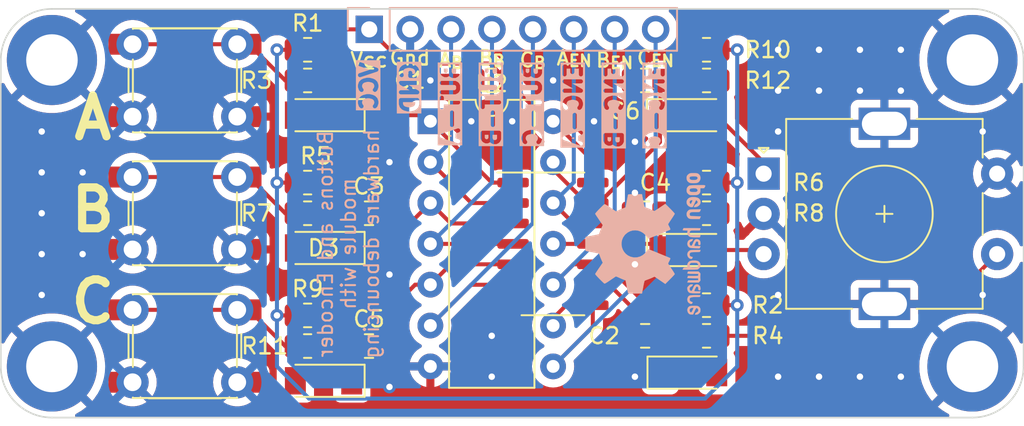
<source format=kicad_pcb>
(kicad_pcb (version 20240108) (generator "pcbnew") (generator_version "8.0")
  (layers (0 "F.Cu" signal) (31 "B.Cu" signal) (34 "B.Paste" user) (35 "F.Paste" user) (36 "B.SilkS" user "B.Silkscreen") (37 "F.SilkS" user "F.Silkscreen") (38 "B.Mask" user) (39 "F.Mask" user) (44 "Edge.Cuts" user))
  (net 0 "")
  (net 1 "/BUT_A")
  (net 2 "GND")
  (net 3 "/ENC_C")
  (net 4 "/BUT_B")
  (net 5 "/ENC_B")
  (net 6 "/BUT_C")
  (net 7 "/ENC_A")
  (net 8 "VCC")
  (net 9 "Net-(D1-A)")
  (net 10 "Net-(D2-A)")
  (net 11 "Net-(D3-A)")
  (net 12 "Net-(D4-A)")
  (net 13 "Net-(D5-A)")
  (net 14 "Net-(D6-A)")
  (net 15 "BUTTON_A")
  (net 16 "BUTTON_B")
  (net 17 "BUTTON_C")
  (net 18 "ENCODER_A")
  (net 19 "ENCODER_B")
  (net 20 "ENCODER_SW")
  (footprint "Resistor_SMD:R_0805_2012Metric" (layer "F.Cu") (at 122.555 83.82)
    (property "Reference" "R8" (at 6.35 0 0) (layer "F.SilkS"))
    (property "Value" "1K")
    (pad "1" smd roundrect (at -0.9125 0) (size 1.025 1.4) (layers "F.Cu" "F.Paste" "F.Mask") (roundrect_rratio 0.243902) (net 5 "/ENC_B"))
    (pad "2" smd roundrect (at 0.9125 0) (size 1.025 1.4) (layers "F.Cu" "F.Paste" "F.Mask") (roundrect_rratio 0.243902) (net 12 "Net-(D4-A)"))
  )
  (footprint "Capacitor_SMD:C_0805_2012Metric" (layer "F.Cu") (at 109.22 75.565 180)
    (property "Reference" "C7" (hide yes))
    (property "Value" "100nF" (hide yes))
    (pad "1" smd roundrect (at -0.95 0 180) (size 1 1.45) (layers "F.Cu" "F.Paste" "F.Mask") (net 8 "VCC"))
    (pad "2" smd roundrect (at 0.95 0 180) (size 1 1.45) (layers "F.Cu" "F.Paste" "F.Mask") (net 2 "GND"))
  )
  (footprint "Resistor_SMD:R_0805_2012Metric" (layer "F.Cu") (at 97.79 81.915)
    (property "Reference" "R5" (at 0.508 -1.65 0) (layer "F.SilkS"))
    (property "Value" "10K")
    (pad "1" smd roundrect (at -0.9125 0) (size 1.025 1.4) (layers "F.Cu" "F.Paste" "F.Mask") (roundrect_rratio 0.243902) (net 8 "VCC"))
    (pad "2" smd roundrect (at 0.9125 0) (size 1.025 1.4) (layers "F.Cu" "F.Paste" "F.Mask") (roundrect_rratio 0.243902) (net 11 "Net-(D3-A)"))
  )
  (footprint "Resistor_SMD:R_0805_2012Metric" (layer "F.Cu") (at 122.555 91.44)
    (property "Reference" "R4" (at 3.81 0 0) (layer "F.SilkS"))
    (property "Value" "1K")
    (pad "1" smd roundrect (at -0.9125 0) (size 1.025 1.4) (layers "F.Cu" "F.Paste" "F.Mask") (roundrect_rratio 0.243902) (net 3 "/ENC_C"))
    (pad "2" smd roundrect (at 0.9125 0) (size 1.025 1.4) (layers "F.Cu" "F.Paste" "F.Mask") (roundrect_rratio 0.243902) (net 10 "Net-(D2-A)"))
  )
  (footprint "MountingHole:MountingHole_3.2mm_M3_DIN965_Pad_TopBottom" (layer "F.Cu") (at 81.915 74.295)
    (property "Reference" "H3" (hide yes))
    (property "Value" "M3" (hide yes))
    (pad "1" thru_hole circle (at 0 0) (size 3.6 3.6) (drill 3.2) (layers "*.Cu" "*.Mask") (net 2 "GND"))
    (pad "1" connect circle (at 0 0) (size 5.6 5.6) (layers "F.Cu" "F.Mask") (net 2 "GND"))
    (pad "1" connect circle (at 0 0) (size 5.6 5.6) (layers "B.Cu" "B.Mask") (net 2 "GND"))
  )
  (footprint "Capacitor_SMD:C_0805_2012Metric" (layer "F.Cu") (at 118.745 75.565 180)
    (property "Reference" "C6" (at 1.27 -1.905 180) (layer "F.SilkS"))
    (property "Value" "100nF")
    (pad "1" smd roundrect (at -0.95 0 180) (size 1 1.45) (layers "F.Cu" "F.Paste" "F.Mask") (net 7 "/ENC_A"))
    (pad "2" smd roundrect (at 0.95 0 180) (size 1 1.45) (layers "F.Cu" "F.Paste" "F.Mask") (net 2 "GND"))
  )
  (footprint "Resistor_SMD:R_0805_2012Metric" (layer "F.Cu") (at 122.555 73.66 180)
    (property "Reference" "R10" (at -3.81 0 180) (layer "F.SilkS"))
    (property "Value" "10K")
    (pad "1" smd roundrect (at -0.9125 0 180) (size 1.025 1.4) (layers "F.Cu" "F.Paste" "F.Mask") (roundrect_rratio 0.243902) (net 8 "VCC"))
    (pad "2" smd roundrect (at 0.9125 0 180) (size 1.025 1.4) (layers "F.Cu" "F.Paste" "F.Mask") (roundrect_rratio 0.243902) (net 14 "Net-(D6-A)"))
  )
  (footprint "Resistor_SMD:R_0805_2012Metric" (layer "F.Cu") (at 122.555 81.915 180)
    (property "Reference" "R6" (at -6.35 0 180) (layer "F.SilkS"))
    (property "Value" "10K")
    (pad "1" smd roundrect (at -0.9125 0 180) (size 1.025 1.4) (layers "F.Cu" "F.Paste" "F.Mask") (roundrect_rratio 0.243902) (net 8 "VCC"))
    (pad "2" smd roundrect (at 0.9125 0 180) (size 1.025 1.4) (layers "F.Cu" "F.Paste" "F.Mask") (roundrect_rratio 0.243902) (net 12 "Net-(D4-A)"))
  )
  (footprint "Resistor_SMD:R_0805_2012Metric" (layer "F.Cu") (at 97.79 92.075 180)
    (property "Reference" "R11" (at 2.667 0 180) (layer "F.SilkS"))
    (property "Value" "1K")
    (pad "1" smd roundrect (at -0.9125 0 180) (size 1.025 1.4) (layers "F.Cu" "F.Paste" "F.Mask") (roundrect_rratio 0.243902) (net 6 "/BUT_C"))
    (pad "2" smd roundrect (at 0.9125 0 180) (size 1.025 1.4) (layers "F.Cu" "F.Paste" "F.Mask") (roundrect_rratio 0.243902) (net 13 "Net-(D5-A)"))
  )
  (footprint "Resistor_SMD:R_0805_2012Metric" (layer "F.Cu") (at 97.79 73.66)
    (property "Reference" "R1" (at 0 -1.65 0) (layer "F.SilkS"))
    (property "Value" "10K")
    (pad "1" smd roundrect (at -0.9125 0) (size 1.025 1.4) (layers "F.Cu" "F.Paste" "F.Mask") (roundrect_rratio 0.243902) (net 8 "VCC"))
    (pad "2" smd roundrect (at 0.9125 0) (size 1.025 1.4) (layers "F.Cu" "F.Paste" "F.Mask") (roundrect_rratio 0.243902) (net 9 "Net-(D1-A)"))
  )
  (footprint "Diode_SMD:D_MiniMELF" (layer "F.Cu") (at 98.778 85.979 180)
    (property "Reference" "D3" (at 0 0 180) (layer "F.SilkS"))
    (property "Value" "LL4148")
    (pad "1" smd rect (at -1.75 0 180) (size 1.3 1.7) (layers "F.Cu" "F.Paste" "F.Mask") (net 4 "/BUT_B"))
    (pad "2" smd rect (at 1.75 0 180) (size 1.3 1.7) (layers "F.Cu" "F.Paste" "F.Mask") (net 11 "Net-(D3-A)"))
  )
  (footprint "Button_Switch_THT:SW_PUSH_6mm" (layer "F.Cu") (at 93.42 77.815 180)
    (property "Reference" "SW4" (hide yes))
    (property "Value" "A")
    (pad "1" thru_hole circle (at 0 0 270) (size 2 2) (drill 1.1) (layers "*.Cu" "*.Mask") (net 2 "GND"))
    (pad "1" thru_hole circle (at 6.5 0 270) (size 2 2) (drill 1.1) (layers "*.Cu" "*.Mask") (net 2 "GND"))
    (pad "2" thru_hole circle (at 0 4.5 270) (size 2 2) (drill 1.1) (layers "*.Cu" "*.Mask") (net 9 "Net-(D1-A)"))
    (pad "2" thru_hole circle (at 6.5 4.5 270) (size 2 2) (drill 1.1) (layers "*.Cu" "*.Mask") (net 9 "Net-(D1-A)"))
  )
  (footprint "Button_Switch_SMD:SW_SPST_PTS645" (layer "F.Cu") (at 90.17 92.075 180)
    (property "Reference" "SW5" (hide yes))
    (property "Value" "C" (hide yes))
    (pad "1" smd rect (at -3.98 -2.25 180) (size 1.55 1.3) (layers "F.Cu" "F.Paste" "F.Mask") (net 2 "GND"))
    (pad "1" smd rect (at 3.98 -2.25 180) (size 1.55 1.3) (layers "F.Cu" "F.Paste" "F.Mask") (net 2 "GND"))
    (pad "2" smd rect (at -3.98 2.25 180) (size 1.55 1.3) (layers "F.Cu" "F.Paste" "F.Mask") (net 13 "Net-(D5-A)"))
    (pad "2" smd rect (at 3.98 2.25 180) (size 1.55 1.3) (layers "F.Cu" "F.Paste" "F.Mask") (net 13 "Net-(D5-A)"))
  )
  (footprint "Capacitor_SMD:C_0805_2012Metric" (layer "F.Cu") (at 118.745 91.44 180)
    (property "Reference" "C2" (at 2.54 0 180) (layer "F.SilkS"))
    (property "Value" "100nF")
    (pad "1" smd roundrect (at -0.95 0 180) (size 1 1.45) (layers "F.Cu" "F.Paste" "F.Mask") (net 3 "/ENC_C"))
    (pad "2" smd roundrect (at 0.95 0 180) (size 1 1.45) (layers "F.Cu" "F.Paste" "F.Mask") (net 2 "GND"))
  )
  (footprint "MountingHole:MountingHole_3.2mm_M3_DIN965_Pad_TopBottom" (layer "F.Cu") (at 81.915 93.345)
    (property "Reference" "H1" (hide yes))
    (property "Value" "M3" (hide yes))
    (pad "1" thru_hole circle (at 0 0) (size 3.6 3.6) (drill 3.2) (layers "*.Cu" "*.Mask") (net 2 "GND"))
    (pad "1" connect circle (at 0 0) (size 5.6 5.6) (layers "F.Cu" "F.Mask") (net 2 "GND"))
    (pad "1" connect circle (at 0 0) (size 5.6 5.6) (layers "B.Cu" "B.Mask") (net 2 "GND"))
  )
  (footprint "Button_Switch_THT:SW_PUSH_6mm" (layer "F.Cu") (at 93.42 94.325 180)
    (property "Reference" "SW7" (hide yes))
    (property "Value" "C")
    (pad "1" thru_hole circle (at 0 0 270) (size 2 2) (drill 1.1) (layers "*.Cu" "*.Mask") (net 2 "GND"))
    (pad "1" thru_hole circle (at 6.5 0 270) (size 2 2) (drill 1.1) (layers "*.Cu" "*.Mask") (net 2 "GND"))
    (pad "2" thru_hole circle (at 0 4.5 270) (size 2 2) (drill 1.1) (layers "*.Cu" "*.Mask") (net 13 "Net-(D5-A)"))
    (pad "2" thru_hole circle (at 6.5 4.5 270) (size 2 2) (drill 1.1) (layers "*.Cu" "*.Mask") (net 13 "Net-(D5-A)"))
  )
  (footprint "Diode_SMD:D_MiniMELF" (layer "F.Cu") (at 121.412 86.106)
    (property "Reference" "D4" (hide yes))
    (property "Value" "LL4148")
    (pad "1" smd rect (at -1.75 0) (size 1.3 1.7) (layers "F.Cu" "F.Paste" "F.Mask") (net 5 "/ENC_B"))
    (pad "2" smd rect (at 1.75 0) (size 1.3 1.7) (layers "F.Cu" "F.Paste" "F.Mask") (net 12 "Net-(D4-A)"))
  )
  (footprint "Diode_SMD:D_MiniMELF" (layer "F.Cu") (at 121.412 77.724)
    (property "Reference" "D6" (hide yes))
    (property "Value" "LL4148")
    (pad "1" smd rect (at -1.75 0) (size 1.3 1.7) (layers "F.Cu" "F.Paste" "F.Mask") (net 7 "/ENC_A"))
    (pad "2" smd rect (at 1.75 0) (size 1.3 1.7) (layers "F.Cu" "F.Paste" "F.Mask") (net 14 "Net-(D6-A)"))
  )
  (footprint "Capacitor_SMD:C_0805_2012Metric" (layer "F.Cu") (at 101.6 92.075)
    (property "Reference" "C5" (at 0 -1.68 0) (layer "F.SilkS"))
    (property "Value" "100nF")
    (pad "1" smd roundrect (at -0.95 0) (size 1 1.45) (layers "F.Cu" "F.Paste" "F.Mask") (net 6 "/BUT_C"))
    (pad "2" smd roundrect (at 0.95 0) (size 1 1.45) (layers "F.Cu" "F.Paste" "F.Mask") (net 2 "GND"))
  )
  (footprint "Package_DIP:DIP-14_W7.62mm" (layer "F.Cu") (at 105.41 78.1)
    (property "Reference" "U2" (at 3.81 -2.33 0) (layer "F.SilkS"))
    (property "Value" "74HC14")
    (pad "1" thru_hole rect (at 0 0) (size 1.6 1.6) (drill 0.8) (layers "*.Cu" "*.Mask") (net 1 "/BUT_A"))
    (pad "2" thru_hole oval (at 0 2.54) (size 1.6 1.6) (drill 0.8) (layers "*.Cu" "*.Mask") (net 15 "BUTTON_A"))
    (pad "3" thru_hole oval (at 0 5.08) (size 1.6 1.6) (drill 0.8) (layers "*.Cu" "*.Mask") (net 4 "/BUT_B"))
    (pad "4" thru_hole oval (at 0 7.62) (size 1.6 1.6) (drill 0.8) (layers "*.Cu" "*.Mask") (net 16 "BUTTON_B"))
    (pad "5" thru_hole oval (at 0 10.16) (size 1.6 1.6) (drill 0.8) (layers "*.Cu" "*.Mask") (net 6 "/BUT_C"))
    (pad "6" thru_hole oval (at 0 12.7) (size 1.6 1.6) (drill 0.8) (layers "*.Cu" "*.Mask") (net 17 "BUTTON_C"))
    (pad "7" thru_hole oval (at 0 15.24) (size 1.6 1.6) (drill 0.8) (layers "*.Cu" "*.Mask") (net 2 "GND"))
    (pad "8" thru_hole oval (at 7.62 15.24) (size 1.6 1.6) (drill 0.8) (layers "*.Cu" "*.Mask") (net 20 "ENCODER_SW"))
    (pad "9" thru_hole oval (at 7.62 12.7) (size 1.6 1.6) (drill 0.8) (layers "*.Cu" "*.Mask") (net 3 "/ENC_C"))
    (pad "10" thru_hole oval (at 7.62 10.16) (size 1.6 1.6) (drill 0.8) (layers "*.Cu" "*.Mask") (net 19 "ENCODER_B"))
    (pad "11" thru_hole oval (at 7.62 7.62) (size 1.6 1.6) (drill 0.8) (layers "*.Cu" "*.Mask") (net 5 "/ENC_B"))
    (pad "12" thru_hole oval (at 7.62 5.08) (size 1.6 1.6) (drill 0.8) (layers "*.Cu" "*.Mask") (net 18 "ENCODER_A"))
    (pad "13" thru_hole oval (at 7.62 2.54) (size 1.6 1.6) (drill 0.8) (layers "*.Cu" "*.Mask") (net 7 "/ENC_A"))
    (pad "14" thru_hole oval (at 7.62 0) (size 1.6 1.6) (drill 0.8) (layers "*.Cu" "*.Mask") (net 8 "VCC"))
  )
  (footprint "Resistor_SMD:R_0805_2012Metric" (layer "F.Cu") (at 122.555 89.535 180)
    (property "Reference" "R2" (at -3.81 0 180) (layer "F.SilkS"))
    (property "Value" "10K")
    (pad "1" smd roundrect (at -0.9125 0 180) (size 1.025 1.4) (layers "F.Cu" "F.Paste" "F.Mask") (roundrect_rratio 0.243902) (net 8 "VCC"))
    (pad "2" smd roundrect (at 0.9125 0 180) (size 1.025 1.4) (layers "F.Cu" "F.Paste" "F.Mask") (roundrect_rratio 0.243902) (net 10 "Net-(D2-A)"))
  )
  (footprint "Button_Switch_THT:SW_PUSH_6mm" (layer "F.Cu") (at 93.42 86.07 180)
    (property "Reference" "SW6" (hide yes))
    (property "Value" "B" (hide yes))
    (pad "1" thru_hole circle (at 0 0 270) (size 2 2) (drill 1.1) (layers "*.Cu" "*.Mask") (net 2 "GND"))
    (pad "1" thru_hole circle (at 6.5 0 270) (size 2 2) (drill 1.1) (layers "*.Cu" "*.Mask") (net 2 "GND"))
    (pad "2" thru_hole circle (at 0 4.5 270) (size 2 2) (drill 1.1) (layers "*.Cu" "*.Mask") (net 11 "Net-(D3-A)"))
    (pad "2" thru_hole circle (at 6.5 4.5 270) (size 2 2) (drill 1.1) (layers "*.Cu" "*.Mask") (net 11 "Net-(D3-A)"))
  )
  (footprint "Diode_SMD:D_MiniMELF" (layer "F.Cu") (at 121.44 93.726)
    (property "Reference" "D2" (hide yes))
    (property "Value" "LL4148")
    (pad "1" smd rect (at -1.75 0) (size 1.3 1.7) (layers "F.Cu" "F.Paste" "F.Mask") (net 3 "/ENC_C"))
    (pad "2" smd rect (at 1.75 0) (size 1.3 1.7) (layers "F.Cu" "F.Paste" "F.Mask") (net 10 "Net-(D2-A)"))
  )
  (footprint "Capacitor_SMD:C_0805_2012Metric" (layer "F.Cu") (at 101.6 75.565)
    (property "Reference" "C1" (at 2.54 0 0) (layer "F.SilkS"))
    (property "Value" "100nF")
    (pad "1" smd roundrect (at -0.95 0) (size 1 1.45) (layers "F.Cu" "F.Paste" "F.Mask") (net 1 "/BUT_A"))
    (pad "2" smd roundrect (at 0.95 0) (size 1 1.45) (layers "F.Cu" "F.Paste" "F.Mask") (net 2 "GND"))
  )
  (footprint "MountingHole:MountingHole_3.2mm_M3_DIN965_Pad_TopBottom" (layer "F.Cu") (at 139.065 93.345)
    (property "Reference" "H2" (hide yes))
    (property "Value" "M3" (hide yes))
    (pad "1" thru_hole circle (at 0 0) (size 3.6 3.6) (drill 3.2) (layers "*.Cu" "*.Mask") (net 2 "GND"))
    (pad "1" connect circle (at 0 0) (size 5.6 5.6) (layers "F.Cu" "F.Mask") (net 2 "GND"))
    (pad "1" connect circle (at 0 0) (size 5.6 5.6) (layers "B.Cu" "B.Mask") (net 2 "GND"))
  )
  (footprint "Button_Switch_SMD:SW_SPST_PTS645" (layer "F.Cu") (at 90.17 83.82 180)
    (property "Reference" "SW3" (hide yes))
    (property "Value" "B")
    (pad "1" smd rect (at -3.98 -2.25 180) (size 1.55 1.3) (layers "F.Cu" "F.Paste" "F.Mask") (net 2 "GND"))
    (pad "1" smd rect (at 3.98 -2.25 180) (size 1.55 1.3) (layers "F.Cu" "F.Paste" "F.Mask") (net 2 "GND"))
    (pad "2" smd rect (at -3.98 2.25 180) (size 1.55 1.3) (layers "F.Cu" "F.Paste" "F.Mask") (net 11 "Net-(D3-A)"))
    (pad "2" smd rect (at 3.98 2.25 180) (size 1.55 1.3) (layers "F.Cu" "F.Paste" "F.Mask") (net 11 "Net-(D3-A)"))
  )
  (footprint "Package_SO:SO-14_3.9x8.65mm_P1.27mm" (layer "F.Cu") (at 113.02 85.725)
    (property "Reference" "U1" (hide yes))
    (property "Value" "74HC14")
    (pad "1" smd roundrect (at -2.475 -3.81) (size 1.95 0.6) (layers "F.Cu" "F.Paste" "F.Mask") (net 1 "/BUT_A"))
    (pad "2" smd roundrect (at -2.475 -2.54) (size 1.95 0.6) (layers "F.Cu" "F.Paste" "F.Mask") (net 15 "BUTTON_A"))
    (pad "3" smd roundrect (at -2.475 -1.27) (size 1.95 0.6) (layers "F.Cu" "F.Paste" "F.Mask") (net 4 "/BUT_B"))
    (pad "4" smd roundrect (at -2.475 0) (size 1.95 0.6) (layers "F.Cu" "F.Paste" "F.Mask") (net 16 "BUTTON_B"))
    (pad "5" smd roundrect (at -2.475 1.27) (size 1.95 0.6) (layers "F.Cu" "F.Paste" "F.Mask") (net 6 "/BUT_C"))
    (pad "6" smd roundrect (at -2.475 2.54) (size 1.95 0.6) (layers "F.Cu" "F.Paste" "F.Mask") (net 17 "BUTTON_C"))
    (pad "7" smd roundrect (at -2.475 3.81) (size 1.95 0.6) (layers "F.Cu" "F.Paste" "F.Mask") (net 2 "GND"))
    (pad "8" smd roundrect (at 2.475 3.81) (size 1.95 0.6) (layers "F.Cu" "F.Paste" "F.Mask") (net 20 "ENCODER_SW"))
    (pad "9" smd roundrect (at 2.475 2.54) (size 1.95 0.6) (layers "F.Cu" "F.Paste" "F.Mask") (net 3 "/ENC_C"))
    (pad "10" smd roundrect (at 2.475 1.27) (size 1.95 0.6) (layers "F.Cu" "F.Paste" "F.Mask") (net 19 "ENCODER_B"))
    (pad "11" smd roundrect (at 2.475 0) (size 1.95 0.6) (layers "F.Cu" "F.Paste" "F.Mask") (net 5 "/ENC_B"))
    (pad "12" smd roundrect (at 2.475 -1.27) (size 1.95 0.6) (layers "F.Cu" "F.Paste" "F.Mask") (net 18 "ENCODER_A"))
    (pad "13" smd roundrect (at 2.475 -2.54) (size 1.95 0.6) (layers "F.Cu" "F.Paste" "F.Mask") (net 7 "/ENC_A"))
    (pad "14" smd roundrect (at 2.475 -3.81) (size 1.95 0.6) (layers "F.Cu" "F.Paste" "F.Mask") (net 8 "VCC"))
  )
  (footprint "Capacitor_SMD:C_0805_2012Metric" (layer "F.Cu") (at 118.745 83.82 180)
    (property "Reference" "C4" (at -0.635 1.905 180) (layer "F.SilkS"))
    (property "Value" "100nF")
    (pad "1" smd roundrect (at -0.95 0 180) (size 1 1.45) (layers "F.Cu" "F.Paste" "F.Mask") (net 5 "/ENC_B"))
    (pad "2" smd roundrect (at 0.95 0 180) (size 1 1.45) (layers "F.Cu" "F.Paste" "F.Mask") (net 2 "GND"))
  )
  (footprint "Button_Switch_SMD:SW_SPST_PTS645" (layer "F.Cu") (at 90.17 75.565 180)
    (property "Reference" "SW1" (hide yes))
    (property "Value" "A" (hide yes))
    (pad "1" smd rect (at -3.98 -2.25 180) (size 1.55 1.3) (layers "F.Cu" "F.Paste" "F.Mask") (net 2 "GND"))
    (pad "1" smd rect (at 3.98 -2.25 180) (size 1.55 1.3) (layers "F.Cu" "F.Paste" "F.Mask") (net 2 "GND"))
    (pad "2" smd rect (at -3.98 2.25 180) (size 1.55 1.3) (layers "F.Cu" "F.Paste" "F.Mask") (net 9 "Net-(D1-A)"))
    (pad "2" smd rect (at 3.98 2.25 180) (size 1.55 1.3) (layers "F.Cu" "F.Paste" "F.Mask") (net 9 "Net-(D1-A)"))
  )
  (footprint "Rotary_Encoder:RotaryEncoder_Alps_EC11E-Switch_Vertical_H20mm" (layer "F.Cu") (at 126.1 81.36)
    (property "Reference" "SW8" (hide yes))
    (property "Value" "EC11")
    (pad "A" thru_hole rect (at 0 0) (size 2 2) (drill 1) (layers "*.Cu" "*.Mask") (net 14 "Net-(D6-A)"))
    (pad "B" thru_hole circle (at 0 5) (size 2 2) (drill 1) (layers "*.Cu" "*.Mask") (net 12 "Net-(D4-A)"))
    (pad "C" thru_hole circle (at 0 2.5) (size 2 2) (drill 1) (layers "*.Cu" "*.Mask") (net 2 "GND"))
    (pad "MP" thru_hole rect (at 7.5 -3.1) (size 3.2 2) (drill oval 2.8 1.5) (layers "*.Cu" "*.Mask") (net 2 "GND"))
    (pad "MP" thru_hole rect (at 7.5 8.1) (size 3.2 2) (drill oval 2.8 1.5) (layers "*.Cu" "*.Mask") (net 2 "GND"))
    (pad "S1" thru_hole circle (at 14.5 5) (size 2 2) (drill 1) (layers "*.Cu" "*.Mask") (net 10 "Net-(D2-A)"))
    (pad "S2" thru_hole circle (at 14.5 0) (size 2 2) (drill 1) (layers "*.Cu" "*.Mask") (net 2 "GND"))
  )
  (footprint "MountingHole:MountingHole_3.2mm_M3_DIN965_Pad_TopBottom" (layer "F.Cu") (at 139.065 74.295)
    (property "Reference" "H4" (hide yes))
    (property "Value" "M3" (hide yes))
    (pad "1" thru_hole circle (at 0 0) (size 3.6 3.6) (drill 3.2) (layers "*.Cu" "*.Mask") (net 2 "GND"))
    (pad "1" connect circle (at 0 0) (size 5.6 5.6) (layers "F.Cu" "F.Mask") (net 2 "GND"))
    (pad "1" connect circle (at 0 0) (size 5.6 5.6) (layers "B.Cu" "B.Mask") (net 2 "GND"))
  )
  (footprint "Resistor_SMD:R_0805_2012Metric" (layer "F.Cu") (at 97.79 83.82 180)
    (property "Reference" "R7" (at 3.175 0 180) (layer "F.SilkS"))
    (property "Value" "1K")
    (pad "1" smd roundrect (at -0.9125 0 180) (size 1.025 1.4) (layers "F.Cu" "F.Paste" "F.Mask") (roundrect_rratio 0.243902) (net 4 "/BUT_B"))
    (pad "2" smd roundrect (at 0.9125 0 180) (size 1.025 1.4) (layers "F.Cu" "F.Paste" "F.Mask") (roundrect_rratio 0.243902) (net 11 "Net-(D3-A)"))
  )
  (footprint "Resistor_SMD:R_0805_2012Metric" (layer "F.Cu") (at 97.79 75.565 180)
    (property "Reference" "R3" (at 3.175 0 180) (layer "F.SilkS"))
    (property "Value" "1K")
    (pad "1" smd roundrect (at -0.9125 0 180) (size 1.025 1.4) (layers "F.Cu" "F.Paste" "F.Mask") (roundrect_rratio 0.243902) (net 1 "/BUT_A"))
    (pad "2" smd roundrect (at 0.9125 0 180) (size 1.025 1.4) (layers "F.Cu" "F.Paste" "F.Mask") (roundrect_rratio 0.243902) (net 9 "Net-(D1-A)"))
  )
  (footprint "Capacitor_SMD:C_0805_2012Metric" (layer "F.Cu") (at 101.6 83.82)
    (property "Reference" "C3" (at 0 -1.68 0) (layer "F.SilkS"))
    (property "Value" "100nF")
    (pad "1" smd roundrect (at -0.95 0) (size 1 1.45) (layers "F.Cu" "F.Paste" "F.Mask") (net 4 "/BUT_B"))
    (pad "2" smd roundrect (at 0.95 0) (size 1 1.45) (layers "F.Cu" "F.Paste" "F.Mask") (net 2 "GND"))
  )
  (footprint "Diode_SMD:D_MiniMELF" (layer "F.Cu") (at 98.778 77.724 180)
    (property "Reference" "D1" (hide yes))
    (property "Value" "LL4148")
    (pad "1" smd rect (at -1.75 0 180) (size 1.3 1.7) (layers "F.Cu" "F.Paste" "F.Mask") (net 1 "/BUT_A"))
    (pad "2" smd rect (at 1.75 0 180) (size 1.3 1.7) (layers "F.Cu" "F.Paste" "F.Mask") (net 9 "Net-(D1-A)"))
  )
  (footprint "Resistor_SMD:R_0805_2012Metric" (layer "F.Cu") (at 122.555 75.565)
    (property "Reference" "R12" (at 3.81 0 0) (layer "F.SilkS"))
    (property "Value" "1K")
    (pad "1" smd roundrect (at -0.9125 0) (size 1.025 1.4) (layers "F.Cu" "F.Paste" "F.Mask") (roundrect_rratio 0.243902) (net 7 "/ENC_A"))
    (pad "2" smd roundrect (at 0.9125 0) (size 1.025 1.4) (layers "F.Cu" "F.Paste" "F.Mask") (roundrect_rratio 0.243902) (net 14 "Net-(D6-A)"))
  )
  (footprint "Resistor_SMD:R_0805_2012Metric" (layer "F.Cu") (at 97.79 90.17)
    (property "Reference" "R9" (at 0 -1.65 0) (layer "F.SilkS"))
    (property "Value" "10K")
    (pad "1" smd roundrect (at -0.9125 0) (size 1.025 1.4) (layers "F.Cu" "F.Paste" "F.Mask") (roundrect_rratio 0.243902) (net 8 "VCC"))
    (pad "2" smd roundrect (at 0.9125 0) (size 1.025 1.4) (layers "F.Cu" "F.Paste" "F.Mask") (roundrect_rratio 0.243902) (net 13 "Net-(D5-A)"))
  )
  (footprint "Diode_SMD:D_MiniMELF" (layer "F.Cu") (at 98.778 94.234 180)
    (property "Reference" "D5" (hide yes))
    (property "Value" "LL4148")
    (pad "1" smd rect (at -1.75 0 180) (size 1.3 1.7) (layers "F.Cu" "F.Paste" "F.Mask") (net 6 "/BUT_C"))
    (pad "2" smd rect (at 1.75 0 180) (size 1.3 1.7) (layers "F.Cu" "F.Paste" "F.Mask") (net 13 "Net-(D5-A)"))
  )
  (footprint "Symbol:OSHW-Logo2_9.8x8mm_SilkScreen" (layer "B.Cu") (at 118.745 85.725 -90)
    (property "Reference" "REF**" (hide yes))
    (property "Value" "OSHW-Logo2_9.8x8mm_SilkScreen" (hide yes))
  )
  (footprint "Connector_PinHeader_2.54mm:PinHeader_1x08_P2.54mm_Vertical" (layer "B.Cu") (at 101.615 72.39 -90)
    (property "Reference" "J1" (hide yes))
    (property "Value" "UPPER" (hide yes))
    (pad "1" thru_hole rect (at 0 0 270) (size 1.7 1.7) (drill 1) (layers "*.Cu" "*.Mask") (net 8 "VCC"))
    (pad "2" thru_hole oval (at 0 -2.54 270) (size 1.7 1.7) (drill 1) (layers "*.Cu" "*.Mask") (net 2 "GND"))
    (pad "3" thru_hole oval (at 0 -5.08 270) (size 1.7 1.7) (drill 1) (layers "*.Cu" "*.Mask") (net 15 "BUTTON_A"))
    (pad "4" thru_hole oval (at 0 -7.62 270) (size 1.7 1.7) (drill 1) (layers "*.Cu" "*.Mask") (net 16 "BUTTON_B"))
    (pad "5" thru_hole oval (at 0 -10.16 270) (size 1.7 1.7) (drill 1) (layers "*.Cu" "*.Mask") (net 17 "BUTTON_C"))
    (pad "6" thru_hole oval (at 0 -12.7 270) (size 1.7 1.7) (drill 1) (layers "*.Cu" "*.Mask") (net 18 "ENCODER_A"))
    (pad "7" thru_hole oval (at 0 -15.24 270) (size 1.7 1.7) (drill 1) (layers "*.Cu" "*.Mask") (net 19 "ENCODER_B"))
    (pad "8" thru_hole oval (at 0 -17.78 270) (size 1.7 1.7) (drill 1) (layers "*.Cu" "*.Mask") (net 20 "ENCODER_SW"))
  )
  (gr_line (start 139.065 96.52) (end 81.915 96.52) (stroke (width 0.1)) (layer "Edge.Cuts"))
  (gr_line (start 78.74 93.345) (end 78.74 74.295) (stroke (width 0.1)) (layer "Edge.Cuts"))
  (gr_arc (start 78.74 74.295) (mid 79.669936 72.049936) (end 81.915 71.12) (stroke (width 0.1)) (layer "Edge.Cuts"))
  (gr_line (start 142.24 74.295) (end 142.24 93.345) (stroke (width 0.1)) (layer "Edge.Cuts"))
  (gr_arc (start 81.915 96.52) (mid 79.669936 95.590064) (end 78.74 93.345) (stroke (width 0.1)) (layer "Edge.Cuts"))
  (gr_line (start 81.915 71.12) (end 139.065 71.12) (stroke (width 0.1)) (layer "Edge.Cuts"))
  (gr_arc (start 139.065 71.12) (mid 141.310064 72.049936) (end 142.24 74.295) (stroke (width 0.1)) (layer "Edge.Cuts"))
  (gr_arc (start 142.24 93.345) (mid 141.310064 95.590064) (end 139.065 96.52) (stroke (width 0.1)) (layer "Edge.Cuts"))
  (gr_text "GND" (at 104.14 74.295 90) (layer "B.SilkS" knockout) (effects (font (size 1.016 1.016) (thickness 0.254) (bold yes)) (justify left mirror)))
  (gr_text "ENC-A" (at 114.3 74.295 90) (layer "B.SilkS" knockout) (effects (font (size 1.016 1.016) (thickness 0.254) (bold yes)) (justify left mirror)))
  (gr_text "BUT-B" (at 109.22 74.295 90) (layer "B.SilkS" knockout) (effects (font (size 1.016 1.016) (thickness 0.254) (bold yes)) (justify left mirror)))
  (gr_text "BUT-C" (at 111.76 74.295 90) (layer "B.SilkS" knockout) (effects (font (size 1.016 1.016) (thickness 0.254) (bold yes)) (justify left mirror)))
  (gr_text "ENC-B" (at 116.84 74.295 90) (layer "B.SilkS" knockout) (effects (font (size 1.016 1.016) (thickness 0.254) (bold yes)) (justify left mirror)))
  (gr_text "ENC-C" (at 119.38 74.295 90) (layer "B.SilkS" knockout) (effects (font (size 1.016 1.016) (thickness 0.254) (bold yes)) (justify left mirror)))
  (gr_text "Buttons and Encoder\nmodule with\nhardware debouncing" (at 100.33 85.725 90) (layer "B.SilkS") (effects (font (size 0.889 0.889) (thickness 0.127)) (justify mirror)))
  (gr_text "VCC" (at 101.6 74.295 90) (layer "B.SilkS" knockout) (effects (font (size 1.016 1.016) (thickness 0.254) (bold yes)) (justify left mirror)))
  (gr_text "BUT-A" (at 106.68 74.295 90) (layer "B.SilkS" knockout) (effects (font (size 1.016 1.016) (thickness 0.254) (bold yes)) (justify left mirror)))
  (gr_text "C" (at 84.455 90.805 0) (layer "F.SilkS") (effects (font (size 2.54 2.54) (thickness 0.508) (bold yes)) (justify bottom)))
  (gr_text "Vcc" (at 101.6 74.295 0) (layer "F.SilkS") (effects (font (size 0.889 0.889) (thickness 0.1524) (bold yes))))
  (gr_text "B_{EN}" (at 116.84 74.295 0) (layer "F.SilkS") (effects (font (size 0.889 0.889) (thickness 0.1524) (bold yes))))
  (gr_text "C_{EN}" (at 119.38 74.168 0) (layer "F.SilkS") (effects (font (size 0.889 0.889) (thickness 0.1524) (bold yes))))
  (gr_text "B" (at 84.455 85.09 0) (layer "F.SilkS") (effects (font (size 2.54 2.54) (thickness 0.508) (bold yes)) (justify bottom)))
  (gr_text "A" (at 84.455 79.375 0) (layer "F.SilkS") (effects (font (size 2.54 2.54) (thickness 0.508) (bold yes)) (justify bottom)))
  (gr_text "C_{B}" (at 111.76 74.295 0) (layer "F.SilkS") (effects (font (size 0.889 0.889) (thickness 0.1524) (bold yes))))
  (gr_text "B_{B}" (at 109.22 74.168 0) (layer "F.SilkS") (effects (font (size 0.889 0.889) (thickness 0.1524) (bold yes))))
  (gr_text "A_{B}" (at 106.68 74.295 0) (layer "F.SilkS") (effects (font (size 0.889 0.889) (thickness 0.1524) (bold yes))))
  (gr_text "Gnd" (at 104.14 74.168 0) (layer "F.SilkS") (effects (font (size 0.889 0.889) (thickness 0.1524) (bold yes))))
  (gr_text "A_{EN}" (at 114.337555 74.168 0) (layer "F.SilkS") (effects (font (size 0.889 0.889) (thickness 0.1524) (bold yes))))
  (segment (start 100.65 77.602) (end 100.528 77.724) (width 0.25) (layer "F.Cu") (net 1))
  (segment (start 105.034 77.724) (end 105.41 78.1) (width 0.25) (layer "F.Cu") (net 1))
  (segment (start 100.528 77.724) (end 105.034 77.724) (width 0.25) (layer "F.Cu") (net 1))
  (segment (start 110.545 81.915) (end 109.225 81.915) (width 0.25) (layer "F.Cu") (net 1))
  (segment (start 98.7025 75.565) (end 98.7025 75.8985) (width 0.25) (layer "F.Cu") (net 1))
  (segment (start 98.7025 75.565) (end 100.65 75.565) (width 0.25) (layer "F.Cu") (net 1))
  (segment (start 109.225 81.915) (end 105.41 78.1) (width 0.25) (layer "F.Cu") (net 1))
  (segment (start 100.65 75.565) (end 100.65 77.602) (width 0.25) (layer "F.Cu") (net 1))
  (segment (start 98.7025 75.8985) (end 100.528 77.724) (width 0.25) (layer "F.Cu") (net 1))
  (segment (start 117.795 82.865) (end 118.11 82.55) (width 0.25) (layer "F.Cu") (net 2))
  (segment (start 117.795 83.82) (end 117.795 82.865) (width 0.25) (layer "F.Cu") (net 2))
  (via (at 105.41 75.565) (size 0.8) (drill 0.4) (layers "F.Cu" "B.Cu") (net 2))
  (via (at 102.87 94.615) (size 0.8) (drill 0.4) (layers "F.Cu" "B.Cu") (net 2))
  (via (at 83.82 81.28) (size 0.8) (drill 0.4) (layers "F.Cu" "B.Cu") (net 2))
  (via (at 129.54 93.98) (size 0.8) (drill 0.4) (layers "F.Cu" "B.Cu") (net 2))
  (via (at 115.57 78.105) (size 0.8) (drill 0.4) (layers "F.Cu" "B.Cu") (net 2))
  (via (at 134.62 76.2) (size 0.8) (drill 0.4) (layers "F.Cu" "B.Cu") (net 2))
  (via (at 134.62 93.98) (size 0.8) (drill 0.4) (layers "F.Cu" "B.Cu") (net 2))
  (via (at 81.28 83.82) (size 0.8) (drill 0.4) (layers "F.Cu" "B.Cu") (net 2))
  (via (at 132.08 76.2) (size 0.8) (drill 0.4) (layers "F.Cu" "B.Cu") (net 2))
  (via (at 109.22 91.44) (size 0.8) (drill 0.4) (layers "F.Cu" "B.Cu") (net 2))
  (via (at 127 76.2) (size 0.8) (drill 0.4) (layers "F.Cu" "B.Cu") (net 2))
  (via (at 110.49 78.105) (size 0.8) (drill 0.4) (layers "F.Cu" "B.Cu") (net 2))
  (via (at 109.22 93.98) (size 0.8) (drill 0.4) (layers "F.Cu" "B.Cu") (net 2))
  (via (at 127 93.98) (size 0.8) (drill 0.4) (layers "F.Cu" "B.Cu") (net 2))
  (via (at 102.87 87.63) (size 0.8) (drill 0.4) (layers "F.Cu" "B.Cu") (net 2))
  (via (at 107.95 78.105) (size 0.8) (drill 0.4) (layers "F.Cu" "B.Cu") (net 2))
  (via (at 81.28 86.36) (size 0.8) (drill 0.4) (layers "F.Cu" "B.Cu") (net 2))
  (via (at 129.54 76.2) (size 0.8) (drill 0.4) (layers "F.Cu" "B.Cu") (net 2))
  (via (at 132.08 93.98) (size 0.8) (drill 0.4) (layers "F.Cu" "B.Cu") (net 2))
  (via (at 139.7 88.9) (size 0.8) (drill 0.4) (layers "F.Cu" "B.Cu") (net 2))
  (via (at 113.03 75.565) (size 0.8) (drill 0.4) (layers "F.Cu" "B.Cu") (net 2))
  (via (at 132.08 73.66) (size 0.8) (drill 0.4) (layers "F.Cu" "B.Cu") (net 2))
  (via (at 118.11 93.98) (size 0.8) (drill 0.4) (layers "F.Cu" "B.Cu") (net 2))
  (via (at 129.54 73.66) (size 0.8) (drill 0.4) (layers "F.Cu" "B.Cu") (net 2))
  (via (at 118.11 79.375) (size 0.8) (drill 0.4) (layers "F.Cu" "B.Cu") (net 2))
  (via (at 81.28 78.74) (size 0.8) (drill 0.4) (layers "F.Cu" "B.Cu") (net 2))
  (via (at 83.82 86.36) (size 0.8) (drill 0.4) (layers "F.Cu" "B.Cu") (net 2))
  (via (at 81.28 88.9) (size 0.8) (drill 0.4) (layers "F.Cu" "B.Cu") (net 2))
  (via (at 118.11 86.995) (size 0.8) (drill 0.4) (layers "F.Cu" "B.Cu") (net 2))
  (via (at 127 88.9) (size 0.8) (drill 0.4) (layers "F.Cu" "B.Cu") (net 2))
  (via (at 81.28 81.28) (size 0.8) (drill 0.4) (layers "F.Cu" "B.Cu") (net 2))
  (via (at 134.62 73.66) (size 0.8) (drill 0.4) (layers "F.Cu" "B.Cu") (net 2))
  (via (at 127 73.66) (size 0.8) (drill 0.4) (layers "F.Cu" "B.Cu") (net 2))
  (via (at 127 78.74) (size 0.8) (drill 0.4) (layers "F.Cu" "B.Cu") (net 2))
  (via (at 102.87 80.645) (size 0.8) (drill 0.4) (layers "F.Cu" "B.Cu") (net 2))
  (via (at 118.11 82.55) (size 0.8) (drill 0.4) (layers "F.Cu" "B.Cu") (net 2))
  (via (at 139.7 78.74) (size 0.8) (drill 0.4) (layers "F.Cu" "B.Cu") (net 2))
  (segment (start 115.495 88.265) (end 116.52 88.265) (width 0.25) (layer "F.Cu") (net 3))
  (segment (start 119.69 93.726) (end 119.69 91.445) (width 0.25) (layer "F.Cu") (net 3))
  (segment (start 115.114092 88.265) (end 113.03 90.349092) (width 0.25) (layer "F.Cu") (net 3))
  (segment (start 113.03 90.349092) (end 113.03 90.8) (width 0.25) (layer "F.Cu") (net 3))
  (segment (start 116.52 88.265) (end 119.695 91.44) (width 0.25) (layer "F.Cu") (net 3))
  (segment (start 121.6425 91.7735) (end 121.6425 91.44) (width 0.25) (layer "F.Cu") (net 3))
  (segment (start 115.495 88.265) (end 115.114092 88.265) (width 0.25) (layer "F.Cu") (net 3))
  (segment (start 119.69 91.445) (end 119.695 91.44) (width 0.25) (layer "F.Cu") (net 3))
  (segment (start 119.695 91.44) (end 121.6425 91.44) (width 0.25) (layer "F.Cu") (net 3))
  (segment (start 119.69 93.726) (end 121.6425 91.7735) (width 0.25) (layer "F.Cu") (net 3))
  (segment (start 106.685 84.455) (end 105.41 83.18) (width 0.25) (layer "F.Cu") (net 4))
  (segment (start 110.545 84.455) (end 106.685 84.455) (width 0.25) (layer "F.Cu") (net 4))
  (segment (start 102.611 85.979) (end 100.528 85.979) (width 0.25) (layer "F.Cu") (net 4))
  (segment (start 100.528 83.942) (end 100.65 83.82) (width 0.25) (layer "F.Cu") (net 4))
  (segment (start 98.7025 83.82) (end 100.65 83.82) (width 0.25) (layer "F.Cu") (net 4))
  (segment (start 98.7025 84.1535) (end 100.528 85.979) (width 0.25) (layer "F.Cu") (net 4))
  (segment (start 98.7025 83.82) (end 98.7025 84.1535) (width 0.25) (layer "F.Cu") (net 4))
  (segment (start 100.528 85.979) (end 100.528 83.942) (width 0.25) (layer "F.Cu") (net 4))
  (segment (start 105.41 83.18) (end 102.611 85.979) (width 0.25) (layer "F.Cu") (net 4))
  (segment (start 119.695 83.82) (end 119.695 86.073) (width 0.25) (layer "F.Cu") (net 5))
  (segment (start 115.495 85.725) (end 113.035 85.725) (width 0.25) (layer "F.Cu") (net 5))
  (segment (start 121.6425 83.82) (end 119.695 83.82) (width 0.25) (layer "F.Cu") (net 5))
  (segment (start 121.6425 84.1255) (end 121.6425 83.82) (width 0.25) (layer "F.Cu") (net 5))
  (segment (start 119.695 86.073) (end 119.662 86.106) (width 0.25) (layer "F.Cu") (net 5))
  (segment (start 119.662 86.106) (end 121.6425 84.1255) (width 0.25) (layer "F.Cu") (net 5))
  (segment (start 113.035 85.725) (end 113.03 85.72) (width 0.25) (layer "F.Cu") (net 5))
  (segment (start 115.495 85.725) (end 119.281 85.725) (width 0.25) (layer "F.Cu") (net 5))
  (segment (start 119.281 85.725) (end 119.662 86.106) (width 0.25) (layer "F.Cu") (net 5))
  (segment (start 100.528 92.197) (end 100.65 92.075) (width 0.25) (layer "F.Cu") (net 6))
  (segment (start 106.675 86.995) (end 105.41 88.26) (width 0.25) (layer "F.Cu") (net 6))
  (segment (start 110.545 86.995) (end 106.675 86.995) (width 0.25) (layer "F.Cu") (net 6))
  (segment (start 98.7025 92.075) (end 100.65 92.075) (width 0.25) (layer "F.Cu") (net 6))
  (segment (start 98.7025 92.075) (end 98.7025 92.4085) (width 0.25) (layer "F.Cu") (net 6))
  (segment (start 98.7025 92.4085) (end 100.528 94.234) (width 0.25) (layer "F.Cu") (net 6))
  (segment (start 105.41 88.26) (end 104.465 88.26) (width 0.25) (layer "F.Cu") (net 6))
  (segment (start 104.465 88.26) (end 100.65 92.075) (width 0.25) (layer "F.Cu") (net 6))
  (segment (start 100.528 94.234) (end 100.528 92.197) (width 0.25) (layer "F.Cu") (net 6))
  (segment (start 115.495 83.185) (end 115.114092 83.185) (width 0.25) (layer "F.Cu") (net 7))
  (segment (start 119.662 77.724) (end 119.662 77.5455) (width 0.25) (layer "F.Cu") (net 7))
  (segment (start 119.662 77.5455) (end 121.6425 75.565) (width 0.25) (layer "F.Cu") (net 7))
  (segment (start 119.695 77.691) (end 119.662 77.724) (width 0.25) (layer "F.Cu") (net 7))
  (segment (start 115.875908 83.185) (end 115.495 83.185) (width 0.25) (layer "F.Cu") (net 7))
  (segment (start 119.662 79.398908) (end 115.875908 83.185) (width 0.25) (layer "F.Cu") (net 7))
  (segment (start 113.03 81.100908) (end 113.03 80.64) (width 0.25) (layer "F.Cu") (net 7))
  (segment (start 121.6425 75.565) (end 119.695 75.565) (width 0.25) (layer "F.Cu") (net 7))
  (segment (start 115.114092 83.185) (end 113.03 81.100908) (width 0.25) (layer "F.Cu") (net 7))
  (segment (start 119.662 77.724) (end 119.662 79.398908) (width 0.25) (layer "F.Cu") (net 7))
  (segment (start 119.695 75.565) (end 119.695 77.691) (width 0.25) (layer "F.Cu") (net 7))
  (segment (start 103.74 74.515) (end 109.12 74.515) (width 0.25) (layer "F.Cu") (net 8))
  (segment (start 96.8775 81.915) (end 95.885 81.915) (width 0.25) (layer "F.Cu") (net 8))
  (segment (start 110.17 75.565) (end 112.705 78.1) (width 0.25) (layer "F.Cu") (net 8))
  (segment (start 124.46 89.535) (end 123.4675 89.535) (width 0.25) (layer "F.Cu") (net 8))
  (segment (start 112.705 78.1) (end 113.03 78.1) (width 0.25) (layer "F.Cu") (net 8))
  (segment (start 96.8775 90.17) (end 95.885 90.17) (width 0.25) (layer "F.Cu") (net 8))
  (segment (start 96.8775 73.66) (end 98.1475 72.39) (width 0.25) (layer "F.Cu") (net 8))
  (segment (start 123.4675 81.915) (end 124.46 81.915) (width 0.25) (layer "F.Cu") (net 8))
  (segment (start 123.4675 73.66) (end 124.46 73.66) (width 0.25) (layer "F.Cu") (net 8))
  (segment (start 98.1475 72.39) (end 101.615 72.39) (width 0.25) (layer "F.Cu") (net 8))
  (segment (start 115.495 80.565) (end 113.03 78.1) (width 0.25) (layer "F.Cu") (net 8))
  (segment (start 115.495 81.915) (end 115.495 80.565) (width 0.25) (layer "F.Cu") (net 8))
  (segment (start 101.615 72.39) (end 103.74 74.515) (width 0.25) (layer "F.Cu") (net 8))
  (segment (start 109.12 74.515) (end 110.17 75.565) (width 0.25) (layer "F.Cu") (net 8))
  (segment (start 96.8775 73.66) (end 95.885 73.66) (width 0.25) (layer "F.Cu") (net 8))
  (via (at 124.46 89.535) (size 0.8) (drill 0.4) (layers "F.Cu" "B.Cu") (net 8))
  (via (at 95.885 90.17) (size 0.8) (drill 0.4) (layers "F.Cu" "B.Cu") (net 8))
  (via (at 95.885 73.66) (size 0.8) (drill 0.4) (layers "F.Cu" "B.Cu") (net 8))
  (via (at 124.46 73.66) (size 0.8) (drill 0.4) (layers "F.Cu" "B.Cu") (net 8))
  (via (at 124.46 81.915) (size 0.8) (drill 0.4) (layers "F.Cu" "B.Cu") (net 8))
  (via (at 95.885 81.915) (size 0.8) (drill 0.4) (layers "F.Cu" "B.Cu") (net 8))
  (segment (start 124.46 89.535) (end 124.46 81.915) (width 0.25) (layer "B.Cu") (net 8))
  (segment (start 124.46 89.535) (end 124.46 93.345) (width 0.25) (layer "B.Cu") (net 8))
  (segment (start 122.465 95.34) (end 97.88 95.34) (width 0.25) (layer "B.Cu") (net 8))
  (segment (start 95.885 73.66) (end 95.885 81.915) (width 0.25) (layer "B.Cu") (net 8))
  (segment (start 124.46 93.345) (end 122.465 95.34) (width 0.25) (layer "B.Cu") (net 8))
  (segment (start 124.46 81.915) (end 124.46 73.66) (width 0.25) (layer "B.Cu") (net 8))
  (segment (start 95.885 93.345) (end 95.885 90.17) (width 0.25) (layer "B.Cu") (net 8))
  (segment (start 95.885 81.915) (end 95.885 90.17) (width 0.25) (layer "B.Cu") (net 8))
  (segment (start 97.88 95.34) (end 95.885 93.345) (width 0.25) (layer "B.Cu") (net 8))
  (segment (start 86.92 73.315) (end 93.42 73.315) (width 0.25) (layer "F.Cu") (net 9))
  (segment (start 97.028 77.724) (end 97.028 75.7155) (width 0.25) (layer "F.Cu") (net 9))
  (segment (start 98.7025 73.74) (end 96.8775 75.565) (width 0.25) (layer "F.Cu") (net 9))
  (segment (start 98.7025 73.66) (end 98.7025 73.74) (width 0.25) (layer "F.Cu") (net 9))
  (segment (start 97.028 75.7155) (end 96.8775 75.565) (width 0.25) (layer "F.Cu") (net 9))
  (segment (start 96.4 75.565) (end 96.8775 75.565) (width 0.25) (layer "F.Cu") (net 9))
  (segment (start 94.15 73.315) (end 96.4 75.565) (width 0.25) (layer "F.Cu") (net 9))
  (segment (start 135.52 91.44) (end 123.4675 91.44) (width 0.25) (layer "F.Cu") (net 10))
  (segment (start 123.19 91.7175) (end 123.4675 91.44) (width 0.25) (layer "F.Cu") (net 10))
  (segment (start 140.6 86.36) (end 135.52 91.44) (width 0.25) (layer "F.Cu") (net 10))
  (segment (start 121.6425 89.535) (end 121.6425 89.615) (width 0.25) (layer "F.Cu") (net 10))
  (segment (start 121.6425 89.615) (end 123.4675 91.44) (width 0.25) (layer "F.Cu") (net 10))
  (segment (start 123.19 93.726) (end 123.19 91.7175) (width 0.25) (layer "F.Cu") (net 10))
  (segment (start 98.7025 81.995) (end 96.8775 83.82) (width 0.25) (layer "F.Cu") (net 11))
  (segment (start 86.19 81.57) (end 93.42 81.57) (width 0.25) (layer "F.Cu") (net 11))
  (segment (start 97.028 85.979) (end 97.028 83.9705) (width 0.25) (layer "F.Cu") (net 11))
  (segment (start 96.4 83.82) (end 94.15 81.57) (width 0.25) (layer "F.Cu") (net 11))
  (segment (start 98.7025 81.915) (end 98.7025 81.995) (width 0.25) (layer "F.Cu") (net 11))
  (segment (start 97.028 83.9705) (end 96.8775 83.82) (width 0.25) (layer "F.Cu") (net 11))
  (segment (start 96.8775 83.82) (end 96.4 83.82) (width 0.25) (layer "F.Cu") (net 11))
  (segment (start 123.162 84.1255) (end 123.4675 83.82) (width 0.25) (layer "F.Cu") (net 12))
  (segment (start 123.162 86.106) (end 125.846 86.106) (width 0.25) (layer "F.Cu") (net 12))
  (segment (start 121.6425 81.995) (end 123.4675 83.82) (width 0.25) (layer "F.Cu") (net 12))
  (segment (start 125.846 86.106) (end 126.1 86.36) (width 0.25) (layer "F.Cu") (net 12))
  (segment (start 123.162 86.106) (end 123.162 84.1255) (width 0.25) (layer "F.Cu") (net 12))
  (segment (start 121.6425 81.915) (end 121.6425 81.995) (width 0.25) (layer "F.Cu") (net 12))
  (segment (start 97.028 92.2255) (end 96.8775 92.075) (width 0.25) (layer "F.Cu") (net 13))
  (segment (start 86.92 89.825) (end 93.42 89.825) (width 0.25) (layer "F.Cu") (net 13))
  (segment (start 94.15 89.825) (end 96.4 92.075) (width 0.25) (layer "F.Cu") (net 13))
  (segment (start 96.4 92.075) (end 96.8775 92.075) (width 0.25) (layer "F.Cu") (net 13))
  (segment (start 98.7025 90.25) (end 96.8775 92.075) (width 0.25) (layer "F.Cu") (net 13))
  (segment (start 98.7025 90.17) (end 98.7025 90.25) (width 0.25) (layer "F.Cu") (net 13))
  (segment (start 97.028 94.234) (end 97.028 92.2255) (width 0.25) (layer "F.Cu") (net 13))
  (segment (start 126.1 80.662) (end 126.1 81.36) (width 0.25) (layer "F.Cu") (net 14))
  (segment (start 123.4675 77.4185) (end 123.162 77.724) (width 0.25) (layer "F.Cu") (net 14))
  (segment (start 123.4675 75.565) (end 123.4675 77.4185) (width 0.25) (layer "F.Cu") (net 14))
  (segment (start 123.162 77.724) (end 126.1 80.662) (width 0.25) (layer "F.Cu") (net 14))
  (segment (start 121.6425 73.66) (end 121.6425 73.74) (width 0.25) (layer "F.Cu") (net 14))
  (segment (start 121.6425 73.74) (end 123.4675 75.565) (width 0.25) (layer "F.Cu") (net 14))
  (segment (start 110.545 83.185) (end 107.955 83.185) (width 0.25) (layer "F.Cu") (net 15))
  (segment (start 107.955 83.185) (end 105.41 80.64) (width 0.25) (layer "F.Cu") (net 15))
  (segment (start 106.695 79.355) (end 105.41 80.64) (width 0.25) (layer "B.Cu") (net 15))
  (segment (start 106.695 72.39) (end 106.695 79.355) (width 0.25) (layer "B.Cu") (net 15))
  (segment (start 105.415 85.725) (end 105.41 85.72) (width 0.25) (layer "F.Cu") (net 16))
  (segment (start 110.545 85.725) (end 105.415 85.725) (width 0.25) (layer "F.Cu") (net 16))
  (segment (start 109.235 81.895) (end 105.41 85.72) (width 0.25) (layer "B.Cu") (net 16))
  (segment (start 109.235 72.39) (end 109.235 81.895) (width 0.25) (layer "B.Cu") (net 16))
  (segment (start 110.545 88.265) (end 107.945 88.265) (width 0.25) (layer "F.Cu") (net 17))
  (segment (start 107.945 88.265) (end 105.41 90.8) (width 0.25) (layer "F.Cu") (net 17))
  (segment (start 111.775 72.39) (end 111.775 84.435) (width 0.25) (layer "B.Cu") (net 17))
  (segment (start 111.775 84.435) (end 105.41 90.8) (width 0.25) (layer "B.Cu") (net 17))
  (segment (start 114.305 84.455) (end 113.03 83.18) (width 0.25) (layer "F.Cu") (net 18))
  (segment (start 115.495 84.455) (end 114.305 84.455) (width 0.25) (layer "F.Cu") (net 18))
  (segment (start 114.315 81.895) (end 113.03 83.18) (width 0.25) (layer "B.Cu") (net 18))
  (segment (start 114.315 72.39) (end 114.315 81.895) (width 0.25) (layer "B.Cu") (net 18))
  (segment (start 115.495 86.995) (end 114.295 86.995) (width 0.25) (layer "F.Cu") (net 19))
  (segment (start 114.295 86.995) (end 113.03 88.26) (width 0.25) (layer "F.Cu") (net 19))
  (segment (start 116.855 72.39) (end 116.855 84.435) (width 0.25) (layer "B.Cu") (net 19))
  (segment (start 116.855 84.435) (end 113.03 88.26) (width 0.25) (layer "B.Cu") (net 19))
  (segment (start 115.495 90.875) (end 113.03 93.34) (width 0.25) (layer "F.Cu") (net 20))
  (segment (start 115.495 89.535) (end 115.495 90.875) (width 0.25) (layer "F.Cu") (net 20))
  (segment (start 119.395 72.39) (end 119.395 86.975) (width 0.25) (layer "B.Cu") (net 20))
  (segment (start 119.395 86.975) (end 113.03 93.34) (width 0.25) (layer "B.Cu") (net 20))
  (zone (net 2) (net_name "GND") (layers "F&B.Cu") (connect_pads (clearance 0.508)) (min_thickness 0.25) (fill yes (thermal_gap 0.5) (thermal_bridge_width 0.5))
    (polygon (pts (xy 78.74 71.12) (xy 142.24 71.12) (xy 142.24 96.52) (xy 78.74 96.52)))
  )
)
</source>
